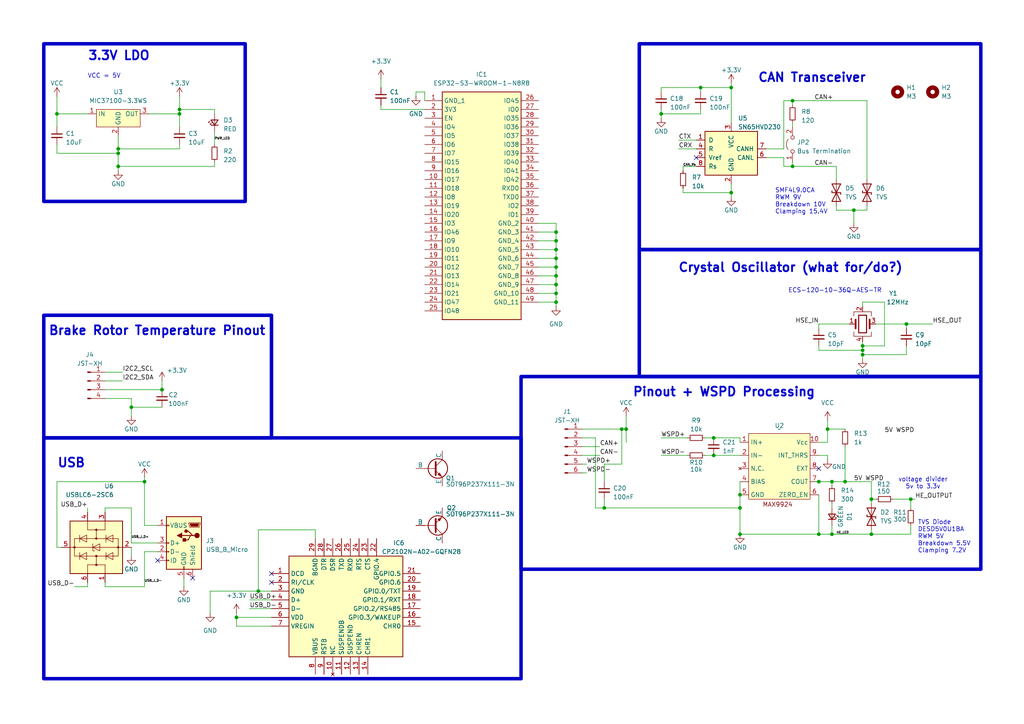
<source format=kicad_sch>
(kicad_sch (version 20250114) (generator "eeschema") (generator_version "9.0")
  (paper "A4")
  (lib_symbols
    (symbol "+3.3V_1" (power) (pin_numbers (hide yes)) (pin_names (offset 0) (hide yes))
      (property "Value" "+3.3V" (at 0 3.556 0))
      (symbol "+3.3V_1_1_1"
        (pin power_in line (at 0 0 90) (length 0) (name "~") (number "1"))
      )
    )
    (symbol "Amplifier_Audio:MAX9924"
      (property "Reference" "U" (at -0.254 -1.778 0))
      (symbol "MAX9924_1_1"
        (text "MAX9924\n" (at -0.508 -20.574 0) (effects (font (size 1.27 1.27))))
        (pin bidirectional line (at -11.43 -2.54 0) (length 2.54) (name "IN+") (number "1"))
        (pin bidirectional line (at -11.43 -6.35 0) (length 2.54) (name "IN-") (number "2"))
        (pin no_connect line (at -11.43 -10.16 0) (length 2.54) (name "N.C.") (number "3"))
        (pin bidirectional line (at -11.43 -13.97 0) (length 2.54) (name "BIAS") (number "4"))
        (pin bidirectional line (at -11.43 -17.78 0) (length 2.54) (name "GND") (number "5"))
        (pin bidirectional line (at 11.43 -2.54 180) (length 2.54) (name "Vcc") (number "10"))
        (pin bidirectional line (at 11.43 -6.35 180) (length 2.54) (name "INT_THRS") (number "9"))
        (pin bidirectional line (at 11.43 -10.16 180) (length 2.54) (name "EXT") (number "8"))
        (pin bidirectional line (at 11.43 -13.97 180) (length 2.54) (name "COUT") (number "7"))
        (pin bidirectional line (at 11.43 -17.78 180) (length 2.54) (name "ZERO_EN") (number "6"))
      )
    )
    (symbol "Connector:Conn_01x04_Pin" (pin_names (offset 1.016) (hide yes))
      (property "Reference" "J" (at 0 5.08 0))
      (property "Value" "Conn_01x04_Pin" (at 0 -7.62 0))
      (symbol "Conn_01x04_Pin_1_1"
        (pin passive line (at 5.08 2.54 180) (length 3.81) (name "Pin_1") (number "1"))
        (pin passive line (at 5.08 0 180) (length 3.81) (name "Pin_2") (number "2"))
        (pin passive line (at 5.08 -2.54 180) (length 3.81) (name "Pin_3") (number "3"))
        (pin passive line (at 5.08 -5.08 180) (length 3.81) (name "Pin_4") (number "4"))
      )
    )
    (symbol "Connector:Conn_01x06_Pin" (pin_names (offset 1.016) (hide yes))
      (property "Reference" "J" (at 0 7.62 0))
      (property "Value" "Conn_01x06_Pin" (at 0 -10.16 0))
      (symbol "Conn_01x06_Pin_1_1"
        (pin passive line (at 5.08 5.08 180) (length 3.81) (name "Pin_1") (number "1"))
        (pin passive line (at 5.08 2.54 180) (length 3.81) (name "Pin_2") (number "2"))
        (pin passive line (at 5.08 0 180) (length 3.81) (name "Pin_3") (number "3"))
        (pin passive line (at 5.08 -2.54 180) (length 3.81) (name "Pin_4") (number "4"))
        (pin passive line (at 5.08 -5.08 180) (length 3.81) (name "Pin_5") (number "5"))
        (pin passive line (at 5.08 -7.62 180) (length 3.81) (name "Pin_6") (number "6"))
      )
    )
    (symbol "Connector:USB_B_Micro" (pin_names (offset 1.016))
      (property "Reference" "J" (at -5.08 11.43 0))
      (property "Value" "USB_B_Micro" (at -5.08 8.89 0))
      (symbol "USB_B_Micro_1_1"
        (pin passive line (at -2.54 -10.16 90) (length 2.54) (name "Shield") (number "6"))
        (pin power_out line (at 0 -10.16 90) (length 2.54) (name "GND") (number "5"))
        (pin power_out line (at 7.62 5.08 180) (length 2.54) (name "VBUS") (number "1"))
        (pin bidirectional line (at 7.62 0 180) (length 2.54) (name "D+") (number "3"))
        (pin bidirectional line (at 7.62 -2.54 180) (length 2.54) (name "D-") (number "2"))
        (pin passive line (at 7.62 -5.08 180) (length 2.54) (name "ID") (number "4"))
      )
    )
    (symbol "Device:C_Small" (pin_numbers (hide yes)) (pin_names (offset 0.254) (hide yes))
      (property "Reference" "C" (at 0.254 1.778 0))
      (property "Value" "C_Small" (at 0.254 -2.032 0))
      (symbol "C_Small_1_1"
        (pin passive line (at 0 2.54 270) (length 2.032) (name "~") (number "1"))
        (pin passive line (at 0 -2.54 90) (length 2.032) (name "~") (number "2"))
      )
    )
    (symbol "Device:Crystal_GND24" (pin_names (offset 1.016) (hide yes))
      (property "Reference" "Y" (at 3.175 5.08 0))
      (property "Value" "Crystal_GND24" (at 3.175 3.175 0))
      (symbol "Crystal_GND24_1_1"
        (pin passive line (at -3.81 0 0) (length 1.27) (name "1") (number "1"))
        (pin passive line (at 0 5.08 270) (length 1.27) (name "2") (number "2"))
        (pin passive line (at 0 -5.08 90) (length 1.27) (name "4") (number "4"))
        (pin passive line (at 3.81 0 180) (length 1.27) (name "3") (number "3"))
      )
    )
    (symbol "Device:D_TVS" (pin_numbers (hide yes)) (pin_names (offset 1.016) (hide yes))
      (property "Reference" "D" (at 0 2.54 0))
      (property "Value" "D_TVS" (at 0 -2.54 0))
      (symbol "D_TVS_1_1"
        (pin passive line (at -3.81 0 0) (length 2.54) (name "A1") (number "1"))
        (pin passive line (at 3.81 0 180) (length 2.54) (name "A2") (number "2"))
      )
    )
    (symbol "Device:LED_Small" (pin_numbers (hide yes)) (pin_names (offset 0.254) (hide yes))
      (property "Reference" "D" (at -1.27 3.175 0))
      (property "Value" "LED_Small" (at -4.445 -2.54 0))
      (symbol "LED_Small_1_1"
        (pin passive line (at -2.54 0 0) (length 1.778) (name "K") (number "1"))
        (pin passive line (at 2.54 0 180) (length 1.778) (name "A") (number "2"))
      )
    )
    (symbol "Device:R_Small" (pin_numbers (hide yes)) (pin_names (offset 0.254) (hide yes))
      (property "Reference" "R" (at 0.762 0.508 0))
      (property "Value" "R_Small" (at 0.762 -1.016 0))
      (symbol "R_Small_1_1"
        (pin passive line (at 0 2.54 270) (length 0.762) (name "~") (number "1"))
        (pin passive line (at 0 -2.54 90) (length 0.762) (name "~") (number "2"))
      )
    )
    (symbol "GND_1" (power) (pin_numbers (hide yes)) (pin_names (offset 0) (hide yes))
      (property "Value" "GND" (at 0 -3.81 0))
      (symbol "GND_1_1_1"
        (pin power_in line (at 0 0 270) (length 0) (name "~") (number "1"))
      )
    )
    (symbol "GND_2" (power) (pin_numbers (hide yes)) (pin_names (offset 0) (hide yes))
      (property "Value" "GND" (at 0 -3.81 0))
      (symbol "GND_2_1_1"
        (pin power_in line (at 0 0 270) (length 0) (name "~") (number "1"))
      )
    )
    (symbol "Interface_CAN_LIN:SN65HVD230" (pin_names (offset 1.016))
      (property "Reference" "U" (at -2.54 10.16 0))
      (property "Value" "SN65HVD230" (at -2.54 7.62 0))
      (symbol "SN65HVD230_1_1"
        (pin input line (at -10.16 2.54 0) (length 2.54) (name "D") (number "1"))
        (pin output line (at -10.16 0 0) (length 2.54) (name "R") (number "4"))
        (pin output line (at -10.16 -2.54 0) (length 2.54) (name "Vref") (number "5"))
        (pin input line (at -10.16 -5.08 0) (length 2.54) (name "Rs") (number "8"))
        (pin power_in line (at 0 7.62 270) (length 2.54) (name "VCC") (number "3"))
        (pin power_in line (at 0 -10.16 90) (length 2.54) (name "GND") (number "2"))
        (pin bidirectional line (at 10.16 0 180) (length 2.54) (name "CANH") (number "7"))
        (pin bidirectional line (at 10.16 -2.54 180) (length 2.54) (name "CANL") (number "6"))
      )
    )
    (symbol "Jumper:Jumper_2_Open" (pin_names (offset 0) (hide yes))
      (property "Reference" "JP" (at 0 2.794 0))
      (property "Value" "Jumper_2_Open" (at 0 -2.286 0))
      (symbol "Jumper_2_Open_1_1"
        (pin passive line (at -5.08 0 0) (length 2.54) (name "A") (number "1"))
        (pin passive line (at 5.08 0 180) (length 2.54) (name "B") (number "2"))
      )
    )
    (symbol "Library:MIC37100-3.3WS"
      (property "Reference" "U" (at 0 1.27 0))
      (property "Value" "MIC37100-3.3WS" (at 0 -1.27 0))
      (symbol "MIC37100-3.3WS_1_1"
        (pin power_in line (at -8.89 -3.81 0) (length 2.54) (name "IN") (number "1"))
        (pin power_in line (at 0 -10.16 90) (length 2.54) (name "GND") (number "2"))
        (pin power_out line (at 8.89 -3.81 180) (length 2.54) (name "OUT") (number "3"))
      )
    )
    (symbol "Mechanical:MountingHole" (pin_names (offset 1.016))
      (property "Reference" "H" (at 0 5.08 0))
      (property "Value" "MountingHole" (at 0 3.175 0))
    )
    (symbol "MicroControllers:ESP32-S3-WROOM-1-N8R8"
      (property "Reference" "IC" (at 29.21 7.62 0))
      (property "Value" "ESP32-S3-WROOM-1-N8R8" (at 29.21 5.08 0))
      (symbol "ESP32-S3-WROOM-1-N8R8_1_1"
        (pin passive line (at 0 0 0) (length 5.08) (name "GND_1") (number "1"))
        (pin passive line (at 0 -2.54 0) (length 5.08) (name "3V3") (number "2"))
        (pin passive line (at 0 -5.08 0) (length 5.08) (name "EN") (number "3"))
        (pin passive line (at 0 -7.62 0) (length 5.08) (name "IO4") (number "4"))
        (pin passive line (at 0 -10.16 0) (length 5.08) (name "IO5") (number "5"))
        (pin passive line (at 0 -12.7 0) (length 5.08) (name "IO6") (number "6"))
        (pin passive line (at 0 -15.24 0) (length 5.08) (name "IO7") (number "7"))
        (pin passive line (at 0 -17.78 0) (length 5.08) (name "IO15") (number "8"))
        (pin passive line (at 0 -20.32 0) (length 5.08) (name "IO16") (number "9"))
        (pin passive line (at 0 -22.86 0) (length 5.08) (name "IO17") (number "10"))
        (pin passive line (at 0 -25.4 0) (length 5.08) (name "IO18") (number "11"))
        (pin passive line (at 0 -27.94 0) (length 5.08) (name "IO8") (number "12"))
        (pin passive line (at 0 -30.48 0) (length 5.08) (name "IO19") (number "13"))
        (pin passive line (at 0 -33.02 0) (length 5.08) (name "IO20") (number "14"))
        (pin passive line (at 0 -35.56 0) (length 5.08) (name "IO3") (number "15"))
        (pin passive line (at 0 -38.1 0) (length 5.08) (name "IO46") (number "16"))
        (pin passive line (at 0 -40.64 0) (length 5.08) (name "IO9") (number "17"))
        (pin passive line (at 0 -43.18 0) (length 5.08) (name "IO10") (number "18"))
        (pin passive line (at 0 -45.72 0) (length 5.08) (name "IO11") (number "19"))
        (pin passive line (at 0 -48.26 0) (length 5.08) (name "IO12") (number "20"))
        (pin passive line (at 0 -50.8 0) (length 5.08) (name "IO13") (number "21"))
        (pin passive line (at 0 -53.34 0) (length 5.08) (name "IO14") (number "22"))
        (pin passive line (at 0 -55.88 0) (length 5.08) (name "IO21") (number "23"))
        (pin passive line (at 0 -58.42 0) (length 5.08) (name "IO47") (number "24"))
        (pin passive line (at 0 -60.96 0) (length 5.08) (name "IO48") (number "25"))
        (pin passive line (at 33.02 0 180) (length 5.08) (name "IO45") (number "26"))
        (pin passive line (at 33.02 -2.54 180) (length 5.08) (name "IO0") (number "27"))
        (pin passive line (at 33.02 -5.08 180) (length 5.08) (name "IO35") (number "28"))
        (pin passive line (at 33.02 -7.62 180) (length 5.08) (name "IO36") (number "29"))
        (pin passive line (at 33.02 -10.16 180) (length 5.08) (name "IO37") (number "30"))
        (pin passive line (at 33.02 -12.7 180) (length 5.08) (name "IO38") (number "31"))
        (pin passive line (at 33.02 -15.24 180) (length 5.08) (name "IO39") (number "32"))
        (pin passive line (at 33.02 -17.78 180) (length 5.08) (name "IO40") (number "33"))
        (pin passive line (at 33.02 -20.32 180) (length 5.08) (name "IO41") (number "34"))
        (pin passive line (at 33.02 -22.86 180) (length 5.08) (name "IO42") (number "35"))
        (pin passive line (at 33.02 -25.4 180) (length 5.08) (name "RXD0") (number "36"))
        (pin passive line (at 33.02 -27.94 180) (length 5.08) (name "TXD0") (number "37"))
        (pin passive line (at 33.02 -30.48 180) (length 5.08) (name "IO2") (number "38"))
        (pin passive line (at 33.02 -33.02 180) (length 5.08) (name "IO1") (number "39"))
        (pin passive line (at 33.02 -35.56 180) (length 5.08) (name "GND_2") (number "40"))
        (pin passive line (at 33.02 -38.1 180) (length 5.08) (name "GND_3") (number "41"))
        (pin passive line (at 33.02 -40.64 180) (length 5.08) (name "GND_4") (number "42"))
        (pin passive line (at 33.02 -43.18 180) (length 5.08) (name "GND_5") (number "43"))
        (pin passive line (at 33.02 -45.72 180) (length 5.08) (name "GND_6") (number "44"))
        (pin passive line (at 33.02 -48.26 180) (length 5.08) (name "GND_7") (number "45"))
        (pin passive line (at 33.02 -50.8 180) (length 5.08) (name "GND_8") (number "46"))
        (pin passive line (at 33.02 -53.34 180) (length 5.08) (name "GND_9") (number "47"))
        (pin passive line (at 33.02 -55.88 180) (length 5.08) (name "GND_10") (number "48"))
        (pin passive line (at 33.02 -58.42 180) (length 5.08) (name "GND_11") (number "49"))
      )
    )
    (symbol "NPN_1" (pin_numbers (hide yes)) (pin_names (offset 0))
      (property "Reference" "Q2" (at 5.08 1.2701 0))
      (property "Value" "NPN" (at 5.08 -1.2699 0))
      (symbol "NPN_1_1_1"
        (pin input line (at -5.08 0 0) (length 2.54) (name "B") (number "2"))
        (pin open_emitter line (at 2.54 5.08 270) (length 2.54) (name "E") (number "3"))
        (pin open_collector line (at 2.54 -5.08 90) (length 2.54) (name "C") (number "1"))
      )
    )
    (symbol "Power_Protection:USBLC6-2SC6" (pin_names (hide yes))
      (property "Reference" "U" (at 2.54 8.89 0))
      (property "Value" "USBLC6-2SC6" (at 2.54 -8.89 0))
      (symbol "USBLC6-2SC6_1_1"
        (pin passive line (at -10.16 2.54 0) (length 2.54) (name "I/O1") (number "6"))
        (pin passive line (at -10.16 -2.54 0) (length 2.54) (name "I/O1") (number "1"))
        (pin passive line (at 0 10.16 270) (length 2.54) (name "VBUS") (number "5"))
        (pin passive line (at 0 -10.16 90) (length 2.54) (name "GND") (number "2"))
        (pin passive line (at 10.16 2.54 180) (length 2.54) (name "I/O2") (number "4"))
        (pin passive line (at 10.16 -2.54 180) (length 2.54) (name "I/O2") (number "3"))
      )
    )
    (symbol "Simulation_SPICE:NPN" (pin_numbers (hide yes)) (pin_names (offset 0))
      (property "Reference" "Q" (at -2.54 7.62 0))
      (property "Value" "NPN" (at -2.54 5.08 0))
      (symbol "NPN_1_1"
        (pin input line (at -5.08 0 0) (length 2.54) (name "B") (number "2"))
        (pin open_collector line (at 2.54 5.08 270) (length 2.54) (name "C") (number "1"))
        (pin open_emitter line (at 2.54 -5.08 90) (length 2.54) (name "E") (number "3"))
      )
    )
    (symbol "USBUART:CP2102N-A02-GQFN28"
      (property "Reference" "IC" (at 39.37 17.78 0))
      (property "Value" "CP2102N-A02-GQFN28" (at 39.37 15.24 0))
      (symbol "CP2102N-A02-GQFN28_1_1"
        (pin input line (at 0 0 0) (length 5.08) (name "DCD") (number "1"))
        (pin bidirectional line (at 0 -2.54 0) (length 5.08) (name "RI/CLK") (number "2"))
        (pin power_in line (at 0 -5.08 0) (length 5.08) (name "GND") (number "3"))
        (pin bidirectional line (at 0 -7.62 0) (length 5.08) (name "D+") (number "4"))
        (pin bidirectional line (at 0 -10.16 0) (length 5.08) (name "D-") (number "5"))
        (pin power_in line (at 0 -12.7 0) (length 5.08) (name "VDD") (number "6"))
        (pin power_in line (at 0 -15.24 0) (length 5.08) (name "VREGIN") (number "7"))
        (pin power_in line (at 12.7 10.16 270) (length 5.08) (name "BGND") (number "29"))
        (pin input line (at 12.7 -29.21 90) (length 5.08) (name "VBUS") (number "8"))
        (pin output line (at 15.24 10.16 270) (length 5.08) (name "DTR") (number "28"))
        (pin input line (at 15.24 -29.21 90) (length 5.08) (name "RSTB") (number "9"))
        (pin input line (at 17.78 10.16 270) (length 5.08) (name "DSR") (number "27"))
        (pin no_connect line (at 17.78 -29.21 90) (length 5.08) (name "NC") (number "10"))
        (pin output line (at 20.32 10.16 270) (length 5.08) (name "TXD") (number "26"))
        (pin output line (at 20.32 -29.21 90) (length 5.08) (name "SUSPENDB") (number "11"))
        (pin input line (at 22.86 10.16 270) (length 5.08) (name "RXD") (number "25"))
        (pin output line (at 22.86 -29.21 90) (length 5.08) (name "SUSPEND") (number "12"))
        (pin output line (at 25.4 10.16 270) (length 5.08) (name "RTS") (number "24"))
        (pin output line (at 25.4 -29.21 90) (length 5.08) (name "CHREN") (number "13"))
        (pin input line (at 27.94 10.16 270) (length 5.08) (name "CTS") (number "23"))
        (pin output line (at 27.94 -29.21 90) (length 5.08) (name "CHR1") (number "14"))
        (pin bidirectional line (at 30.48 10.16 270) (length 5.08) (name "GPIO.4") (number "22"))
        (pin bidirectional line (at 43.18 0 180) (length 5.08) (name "GPIO.5") (number "21"))
        (pin bidirectional line (at 43.18 -2.54 180) (length 5.08) (name "GPIO.6") (number "20"))
        (pin bidirectional line (at 43.18 -5.08 180) (length 5.08) (name "GPIO.0/TXT") (number "19"))
        (pin bidirectional line (at 43.18 -7.62 180) (length 5.08) (name "GPIO.1/RXT") (number "18"))
        (pin bidirectional line (at 43.18 -10.16 180) (length 5.08) (name "GPIO.2/RS485") (number "17"))
        (pin bidirectional line (at 43.18 -12.7 180) (length 5.08) (name "GPIO.3/WAKEUP") (number "16"))
        (pin output line (at 43.18 -15.24 180) (length 5.08) (name "CHR0") (number "15"))
      )
    )
    (symbol "VCC_1" (power) (pin_numbers (hide yes)) (pin_names (offset 0) (hide yes))
      (property "Value" "VCC" (at 0 3.556 0))
      (symbol "VCC_1_1_1"
        (pin power_in line (at 0 0 90) (length 0) (name "~") (number "1"))
      )
    )
    (symbol "power:+3.3V" (power) (pin_names (offset 0))
      (property "Value" "+3.3V" (at 0 3.556 0))
      (symbol "+3.3V_1_1"
        (pin power_in line (at 0 0 90) (length 0) (hide yes) (name "+3.3V") (number "1"))
      )
    )
    (symbol "power:GND" (power) (pin_names (offset 0))
      (property "Value" "GND" (at 0 -3.81 0))
      (symbol "GND_1_1"
        (pin power_in line (at 0 0 270) (length 0) (hide yes) (name "GND") (number "1"))
      )
    )
    (symbol "power:VCC" (power) (pin_names (offset 0))
      (property "Value" "VCC" (at 0 3.81 0))
      (symbol "VCC_1_1"
        (pin power_in line (at 0 0 90) (length 0) (hide yes) (name "VCC") (number "1"))
      )
    )
  )
  (rectangle (start 12.7 127) (end 151.13 196.85) (stroke (width 1.016)))
  (rectangle (start 151.13 109.22) (end 284.48 165.1) (stroke (width 1.016)))
  (rectangle (start 185.42 72.39) (end 284.48 109.22) (stroke (width 1.016)))
  (rectangle (start 185.42 12.7) (end 284.48 72.39) (stroke (width 1.016)))
  (rectangle (start 12.7 91.44) (end 78.74 127) (stroke (width 1.016)))
  (rectangle (start 12.7 12.7) (end 71.12 58.42) (stroke (width 1.016)))
  (text "Crystal Oscillator (what for/do?)" (at 196.596 79.248 0) (effects (font (size 2.56 2.56) (thickness 0.512) (bold yes)) (justify left bottom)))
  (text "SMF4L9.0CA\nRWM 9V\nBreakdown 10V\nClamping 15.4V" (at 224.79 62.23 0) (effects (font (size 1.27 1.27)) (justify left bottom)))
  (text "3.3V LDO" (at 25.4 17.78 0) (effects (font (size 2.56 2.56) (thickness 0.512) (bold yes)) (justify left bottom)))
  (text "USB" (at 16.51 135.89 0) (effects (font (size 2.56 2.56) (thickness 0.512) (bold yes)) (justify left bottom)))
  (text "VCC = 5V\n" (at 25.4 22.86 0) (effects (font (size 1.27 1.27)) (justify left bottom)))
  (text "Brake Rotor Temperature Pinout" (at 13.97 97.536 0) (effects (font (size 2.56 2.56) (thickness 0.512) (bold yes)) (justify left bottom)))
  (text "ECS-120-10-36Q-AES-TR" (at 228.6 85.09 0) (effects (font (size 1.27 1.27)) (justify left bottom)))
  (text "Pinout + WSPD Processing" (at 183.388 115.316 0) (effects (font (size 2.56 2.56) (thickness 0.512) (bold yes)) (justify left bottom)))
  (text "voltage divider\n5v to 3.3v" (at 267.716 140.208 0) (effects (font (size 1.27 1.27))))
  (text "TVS Diode\nDESD5V0U1BA\nRWM 5V\nBreakdown 5.5V\nClamping 7.2V" (at 266.192 160.528 0) (effects (font (size 1.27 1.27)) (justify left bottom)))
  (text "CAN Transceiver" (at 219.71 24.13 0) (effects (font (size 2.56 2.56) (thickness 0.512) (bold yes)) (justify left bottom)))
  (junction (at 237.49 154.94))
  (junction (at 161.29 74.93))
  (junction (at 252.73 144.78))
  (junction (at 252.73 154.94))
  (junction (at 46.99 113.03))
  (junction (at 181.61 124.46))
  (junction (at 34.29 48.26))
  (junction (at 161.29 80.01))
  (junction (at 240.03 124.46))
  (junction (at 74.93 171.45))
  (junction (at 214.63 147.32))
  (junction (at 34.29 44.45))
  (junction (at 207.01 132.08))
  (junction (at 212.09 55.88))
  (junction (at 262.89 93.98))
  (junction (at 264.16 144.78))
  (junction (at 38.1 118.11))
  (junction (at 16.51 33.02))
  (junction (at 207.01 127))
  (junction (at 212.09 25.4))
  (junction (at 214.63 154.94))
  (junction (at 241.3 154.94))
  (junction (at 161.29 69.85))
  (junction (at 203.2 25.4))
  (junction (at 52.07 33.02))
  (junction (at 180.34 124.46))
  (junction (at 161.29 85.09))
  (junction (at 161.29 82.55))
  (junction (at 245.11 139.7))
  (junction (at 68.58 179.07))
  (junction (at 161.29 87.63))
  (junction (at 34.29 43.18))
  (junction (at 41.91 139.7))
  (junction (at 250.19 100.33))
  (junction (at 161.29 67.31))
  (junction (at 247.65 60.96))
  (junction (at 191.77 33.02))
  (junction (at 161.29 72.39))
  (junction (at 175.26 147.32))
  (junction (at 161.29 77.47))
  (junction (at 229.87 48.26))
  (junction (at 237.49 139.7))
  (junction (at 229.87 29.21))
  (junction (at 52.07 31.75))
  (junction (at 250.19 101.6))
  (junction (at 241.3 139.7))
  (junction (at 214.63 143.51))
  (junction (at 250.19 102.87))
  (no_connect (at 201.93 45.72))
  (no_connect (at 237.49 135.89))
  (no_connect (at 45.72 162.56))
  (no_connect (at 55.88 167.64))
  (no_connect (at 78.74 166.37))
  (no_connect (at 78.74 168.91))
  (wire (pts (xy 237.49 93.98) (xy 246.38 93.98)))
  (wire (pts (xy 214.63 139.7) (xy 214.63 143.51)))
  (wire (pts (xy 52.07 41.91) (xy 52.07 43.18)))
  (wire (pts (xy 161.29 74.93) (xy 161.29 77.47)))
  (wire (pts (xy 38.1 147.32) (xy 38.1 157.48)))
  (wire (pts (xy 72.39 173.99) (xy 78.74 173.99)))
  (wire (pts (xy 191.77 26.67) (xy 191.77 25.4)))
  (wire (pts (xy 161.29 85.09) (xy 161.29 87.63)))
  (wire (pts (xy 156.21 67.31) (xy 161.29 67.31)))
  (wire (pts (xy 237.49 139.7) (xy 241.3 139.7)))
  (wire (pts (xy 245.11 139.7) (xy 252.73 139.7)))
  (wire (pts (xy 38.1 115.57) (xy 38.1 118.11)))
  (wire (pts (xy 156.21 87.63) (xy 161.29 87.63)))
  (wire (pts (xy 180.34 124.46) (xy 181.61 124.46)))
  (wire (pts (xy 262.89 95.25) (xy 262.89 93.98)))
  (wire (pts (xy 45.72 160.02) (xy 41.91 160.02)))
  (wire (pts (xy 245.11 129.54) (xy 245.11 139.7)))
  (wire (pts (xy 175.26 147.32) (xy 214.63 147.32)))
  (wire (pts (xy 25.4 168.91) (xy 25.4 170.18)))
  (wire (pts (xy 236.22 139.7) (xy 237.49 139.7)))
  (wire (pts (xy 62.23 33.02) (xy 62.23 31.75)))
  (wire (pts (xy 250.19 87.63) (xy 250.19 88.9)))
  (wire (pts (xy 203.2 33.02) (xy 191.77 33.02)))
  (wire (pts (xy 198.12 55.88) (xy 212.09 55.88)))
  (wire (pts (xy 262.89 100.33) (xy 262.89 102.87)))
  (wire (pts (xy 45.72 152.4) (xy 41.91 152.4)))
  (wire (pts (xy 156.21 80.01) (xy 161.29 80.01)))
  (wire (pts (xy 264.16 144.78) (xy 264.16 147.32)))
  (wire (pts (xy 259.08 144.78) (xy 264.16 144.78)))
  (wire (pts (xy 156.21 72.39) (xy 161.29 72.39)))
  (wire (pts (xy 241.3 139.7) (xy 245.11 139.7)))
  (wire (pts (xy 196.85 43.18) (xy 201.93 43.18)))
  (wire (pts (xy 156.21 74.93) (xy 161.29 74.93)))
  (wire (pts (xy 237.49 132.08) (xy 240.03 132.08)))
  (wire (pts (xy 251.46 59.69) (xy 251.46 60.96)))
  (wire (pts (xy 16.51 44.45) (xy 34.29 44.45)))
  (wire (pts (xy 180.34 134.62) (xy 180.34 124.46)))
  (wire (pts (xy 212.09 53.34) (xy 212.09 55.88)))
  (wire (pts (xy 181.61 120.65) (xy 181.61 124.46)))
  (wire (pts (xy 201.93 48.26) (xy 198.12 48.26)))
  (wire (pts (xy 25.4 147.32) (xy 25.4 148.59)))
  (wire (pts (xy 175.26 134.62) (xy 175.26 139.7)))
  (wire (pts (xy 161.29 64.77) (xy 161.29 67.31)))
  (wire (pts (xy 156.21 64.77) (xy 161.29 64.77)))
  (wire (pts (xy 41.91 160.02) (xy 41.91 170.18)))
  (wire (pts (xy 242.57 52.07) (xy 242.57 48.26)))
  (wire (pts (xy 212.09 25.4) (xy 212.09 35.56)))
  (wire (pts (xy 214.63 128.27) (xy 214.63 127)))
  (wire (pts (xy 30.48 113.03) (xy 46.99 113.03)))
  (wire (pts (xy 229.87 48.26) (xy 242.57 48.26)))
  (wire (pts (xy 250.19 100.33) (xy 256.54 100.33)))
  (wire (pts (xy 214.63 127) (xy 207.01 127)))
  (wire (pts (xy 41.91 152.4) (xy 41.91 139.7)))
  (wire (pts (xy 52.07 43.18) (xy 34.29 43.18)))
  (wire (pts (xy 240.03 128.27) (xy 237.49 128.27)))
  (wire (pts (xy 214.63 154.94) (xy 214.63 147.32)))
  (wire (pts (xy 161.29 82.55) (xy 161.29 85.09)))
  (wire (pts (xy 250.19 102.87) (xy 250.19 104.14)))
  (wire (pts (xy 237.49 154.94) (xy 241.3 154.94)))
  (wire (pts (xy 62.23 48.26) (xy 62.23 46.99)))
  (wire (pts (xy 175.26 144.78) (xy 175.26 147.32)))
  (wire (pts (xy 203.2 25.4) (xy 212.09 25.4)))
  (wire (pts (xy 252.73 154.94) (xy 264.16 154.94)))
  (wire (pts (xy 237.49 143.51) (xy 237.49 154.94)))
  (wire (pts (xy 41.91 139.7) (xy 41.91 138.43)))
  (wire (pts (xy 247.65 60.96) (xy 251.46 60.96)))
  (wire (pts (xy 172.72 127) (xy 172.72 147.32)))
  (wire (pts (xy 21.59 170.18) (xy 25.4 170.18)))
  (wire (pts (xy 161.29 87.63) (xy 161.29 88.9)))
  (wire (pts (xy 247.65 60.96) (xy 247.65 64.77)))
  (wire (pts (xy 123.19 29.21) (xy 123.19 26.67)))
  (wire (pts (xy 181.61 124.46) (xy 181.61 128.27)))
  (wire (pts (xy 110.49 31.75) (xy 110.49 30.48)))
  (wire (pts (xy 91.44 156.21) (xy 91.44 153.67)))
  (wire (pts (xy 250.19 100.33) (xy 250.19 101.6)))
  (wire (pts (xy 203.2 31.75) (xy 203.2 33.02)))
  (wire (pts (xy 46.99 118.11) (xy 38.1 118.11)))
  (wire (pts (xy 120.65 26.67) (xy 120.65 27.94)))
  (wire (pts (xy 264.16 144.78) (xy 265.43 144.78)))
  (wire (pts (xy 264.16 152.4) (xy 264.16 154.94)))
  (wire (pts (xy 30.48 147.32) (xy 38.1 147.32)))
  (wire (pts (xy 252.73 139.7) (xy 252.73 144.78)))
  (wire (pts (xy 172.72 147.32) (xy 175.26 147.32)))
  (wire (pts (xy 156.21 85.09) (xy 161.29 85.09)))
  (wire (pts (xy 262.89 102.87) (xy 250.19 102.87)))
  (wire (pts (xy 38.1 157.48) (xy 45.72 157.48)))
  (wire (pts (xy 240.03 132.08) (xy 240.03 133.35)))
  (wire (pts (xy 62.23 48.26) (xy 34.29 48.26)))
  (wire (pts (xy 38.1 118.11) (xy 38.1 120.65)))
  (wire (pts (xy 30.48 147.32) (xy 30.48 148.59)))
  (wire (pts (xy 242.57 59.69) (xy 242.57 60.96)))
  (wire (pts (xy 191.77 31.75) (xy 191.77 33.02)))
  (wire (pts (xy 241.3 139.7) (xy 241.3 140.97)))
  (wire (pts (xy 78.74 181.61) (xy 68.58 181.61)))
  (wire (pts (xy 34.29 43.18) (xy 34.29 44.45)))
  (wire (pts (xy 262.89 93.98) (xy 254 93.98)))
  (wire (pts (xy 16.51 158.75) (xy 16.51 139.7)))
  (wire (pts (xy 204.47 127) (xy 207.01 127)))
  (wire (pts (xy 74.93 171.45) (xy 60.96 171.45)))
  (wire (pts (xy 62.23 31.75) (xy 52.07 31.75)))
  (wire (pts (xy 78.74 171.45) (xy 74.93 171.45)))
  (wire (pts (xy 60.96 171.45) (xy 60.96 177.8)))
  (wire (pts (xy 38.1 158.75) (xy 38.1 161.29)))
  (wire (pts (xy 123.19 31.75) (xy 110.49 31.75)))
  (wire (pts (xy 16.51 41.91) (xy 16.51 44.45)))
  (wire (pts (xy 237.49 100.33) (xy 237.49 101.6)))
  (wire (pts (xy 241.3 154.94) (xy 252.73 154.94)))
  (wire (pts (xy 30.48 115.57) (xy 38.1 115.57)))
  (wire (pts (xy 227.33 48.26) (xy 227.33 45.72)))
  (wire (pts (xy 91.44 153.67) (xy 74.93 153.67)))
  (wire (pts (xy 175.26 134.62) (xy 180.34 134.62)))
  (wire (pts (xy 34.29 39.37) (xy 34.29 43.18)))
  (wire (pts (xy 62.23 38.1) (xy 62.23 41.91)))
  (wire (pts (xy 161.29 77.47) (xy 161.29 80.01)))
  (wire (pts (xy 250.19 99.06) (xy 250.19 100.33)))
  (wire (pts (xy 256.54 87.63) (xy 250.19 87.63)))
  (wire (pts (xy 191.77 25.4) (xy 203.2 25.4)))
  (wire (pts (xy 229.87 29.21) (xy 251.46 29.21)))
  (wire (pts (xy 16.51 27.94) (xy 16.51 33.02)))
  (wire (pts (xy 227.33 29.21) (xy 229.87 29.21)))
  (wire (pts (xy 229.87 46.99) (xy 229.87 48.26)))
  (wire (pts (xy 198.12 48.26) (xy 198.12 49.53)))
  (wire (pts (xy 168.91 134.62) (xy 170.18 134.62)))
  (wire (pts (xy 262.89 93.98) (xy 270.51 93.98)))
  (wire (pts (xy 196.85 40.64) (xy 201.93 40.64)))
  (wire (pts (xy 68.58 179.07) (xy 68.58 181.61)))
  (wire (pts (xy 237.49 95.25) (xy 237.49 93.98)))
  (wire (pts (xy 191.77 132.08) (xy 199.39 132.08)))
  (wire (pts (xy 168.91 129.54) (xy 173.99 129.54)))
  (wire (pts (xy 52.07 27.94) (xy 52.07 31.75)))
  (wire (pts (xy 161.29 67.31) (xy 161.29 69.85)))
  (wire (pts (xy 16.51 33.02) (xy 25.4 33.02)))
  (wire (pts (xy 207.01 132.08) (xy 214.63 132.08)))
  (wire (pts (xy 240.03 124.46) (xy 240.03 128.27)))
  (wire (pts (xy 168.91 127) (xy 172.72 127)))
  (wire (pts (xy 30.48 168.91) (xy 30.48 170.18)))
  (wire (pts (xy 52.07 33.02) (xy 52.07 36.83)))
  (wire (pts (xy 227.33 43.18) (xy 222.25 43.18)))
  (wire (pts (xy 250.19 101.6) (xy 250.19 102.87)))
  (wire (pts (xy 214.63 154.94) (xy 237.49 154.94)))
  (wire (pts (xy 110.49 22.86) (xy 110.49 25.4)))
  (wire (pts (xy 168.91 132.08) (xy 173.99 132.08)))
  (wire (pts (xy 41.91 170.18) (xy 30.48 170.18)))
  (wire (pts (xy 161.29 72.39) (xy 161.29 74.93)))
  (wire (pts (xy 240.03 124.46) (xy 245.11 124.46)))
  (wire (pts (xy 212.09 24.13) (xy 212.09 25.4)))
  (wire (pts (xy 191.77 33.02) (xy 191.77 34.29)))
  (wire (pts (xy 251.46 29.21) (xy 251.46 52.07)))
  (wire (pts (xy 168.91 124.46) (xy 180.34 124.46)))
  (wire (pts (xy 123.19 26.67) (xy 120.65 26.67)))
  (wire (pts (xy 72.39 176.53) (xy 78.74 176.53)))
  (wire (pts (xy 241.3 146.05) (xy 241.3 147.32)))
  (wire (pts (xy 227.33 45.72) (xy 222.25 45.72)))
  (wire (pts (xy 227.33 29.21) (xy 227.33 43.18)))
  (wire (pts (xy 252.73 144.78) (xy 254 144.78)))
  (wire (pts (xy 252.73 144.78) (xy 252.73 146.05)))
  (wire (pts (xy 52.07 31.75) (xy 52.07 33.02)))
  (wire (pts (xy 46.99 110.49) (xy 46.99 113.03)))
  (wire (pts (xy 237.49 101.6) (xy 250.19 101.6)))
  (wire (pts (xy 34.29 44.45) (xy 34.29 48.26)))
  (wire (pts (xy 203.2 26.67) (xy 203.2 25.4)))
  (wire (pts (xy 68.58 177.8) (xy 68.58 179.07)))
  (wire (pts (xy 16.51 139.7) (xy 41.91 139.7)))
  (wire (pts (xy 240.03 121.92) (xy 240.03 124.46)))
  (wire (pts (xy 68.58 179.07) (xy 78.74 179.07)))
  (wire (pts (xy 241.3 152.4) (xy 241.3 154.94)))
  (wire (pts (xy 17.78 158.75) (xy 16.51 158.75)))
  (wire (pts (xy 212.09 55.88) (xy 212.09 57.15)))
  (wire (pts (xy 198.12 54.61) (xy 198.12 55.88)))
  (wire (pts (xy 229.87 35.56) (xy 229.87 36.83)))
  (wire (pts (xy 43.18 33.02) (xy 52.07 33.02)))
  (wire (pts (xy 156.21 69.85) (xy 161.29 69.85)))
  (wire (pts (xy 53.34 167.64) (xy 53.34 170.18)))
  (wire (pts (xy 229.87 30.48) (xy 229.87 29.21)))
  (wire (pts (xy 30.48 110.49) (xy 35.56 110.49)))
  (wire (pts (xy 168.91 137.16) (xy 170.18 137.16)))
  (wire (pts (xy 214.63 143.51) (xy 214.63 147.32)))
  (wire (pts (xy 204.47 132.08) (xy 207.01 132.08)))
  (wire (pts (xy 161.29 69.85) (xy 161.29 72.39)))
  (wire (pts (xy 256.54 100.33) (xy 256.54 87.63)))
  (wire (pts (xy 191.77 127) (xy 199.39 127)))
  (wire (pts (xy 30.48 107.95) (xy 35.56 107.95)))
  (wire (pts (xy 74.93 153.67) (xy 74.93 171.45)))
  (wire (pts (xy 242.57 60.96) (xy 247.65 60.96)))
  (wire (pts (xy 16.51 33.02) (xy 16.51 36.83)))
  (wire (pts (xy 161.29 80.01) (xy 161.29 82.55)))
  (wire (pts (xy 156.21 77.47) (xy 161.29 77.47)))
  (wire (pts (xy 227.33 48.26) (xy 229.87 48.26)))
  (wire (pts (xy 252.73 153.67) (xy 252.73 154.94)))
  (wire (pts (xy 156.21 82.55) (xy 161.29 82.55)))
  (wire (pts (xy 34.29 49.53) (xy 34.29 48.26)))
  (label "CAN-" (at 173.99 132.08 0))
  (label "USB_D-" (at 21.59 170.18 180))
  (label "WSPD+" (at 170.18 134.62 0))
  (label "HSE_IN" (at 237.49 93.98 180))
  (label "WSPD+" (at 191.77 127 0))
  (label "CAN+" (at 236.22 29.21 0))
  (label "5V WSPD" (at 256.54 125.73 0))
  (label "USB_J_D+" (at 38.1 156.21 0) (effects (font (size 0.65 0.65))))
  (label "CAN-" (at 236.22 48.26 0))
  (label "CAN_Rs" (at 198.12 48.26 0) (effects (font (size 0.65 0.65))))
  (label "USB_D+" (at 72.39 173.99 0))
  (label "PWR_LED" (at 62.23 40.64 0) (effects (font (size 0.65 0.65))))
  (label "5V WSPD" (at 247.65 139.7 0))
  (label "HSE_OUT" (at 270.51 93.98 0))
  (label "I2C2_SDA" (at 35.56 110.49 0))
  (label "CTX" (at 196.85 40.64 0))
  (label "WSPD-" (at 191.77 132.08 0))
  (label "HE_OUTPUT" (at 265.43 144.78 0))
  (label "USB_D+" (at 25.4 147.32 180))
  (label "USB_J_D-" (at 41.91 168.91 0) (effects (font (size 0.65 0.65))))
  (label "USB_D-" (at 72.39 176.53 0))
  (label "CAN+" (at 173.99 129.54 0))
  (label "HE_LED" (at 242.57 154.94 0) (effects (font (size 0.64 0.64))))
  (label "CRX" (at 196.85 43.18 0))
  (label "WSPD-" (at 170.18 137.16 0))
  (label "I2C2_SCL" (at 35.56 107.95 0))
  (symbol (lib_id "power:GND") (at 191.77 34.29 0) (unit 1)
    (property "Reference" "#PWR024" (effects (hide yes)))
    (property "Value" "GND" (at 191.77 38.1 0))
  )
  (symbol (lib_name "GND_1") (lib_id "power:GND") (at 60.96 177.8 0) (unit 1)
    (property "Reference" "#PWR04" (effects (hide yes)))
    (property "Value" "GND" (at 60.96 182.88 0))
    (property "Description" "Power symbol creates a global label with name \"GND\" , ground" (effects (hide yes)))
  )
  (symbol (lib_id "power:VCC") (at 16.51 27.94 0) (unit 1)
    (property "Reference" "#PWR01" (effects (hide yes)))
    (property "Value" "VCC" (at 16.51 24.13 0))
  )
  (symbol (lib_id "power:VCC") (at 181.61 120.65 0) (unit 1)
    (property "Reference" "#PWR035" (effects (hide yes)))
    (property "Value" "VCC" (at 181.61 116.84 0))
  )
  (symbol (lib_id "Device:R_Small") (at 241.3 143.51 0) (unit 1)
    (property "Reference" "R14" (at 243.84 142.2399 0) (effects (justify left)))
    (property "Value" "300" (at 243.84 144.7799 0) (effects (justify left)))
    (property "Footprint" "Resistor_SMD:R_0603_1608Metric" (effects (hide yes)))
    (property "Description" "Resistor, small symbol" (effects (hide yes)))
  )
  (symbol (lib_id "power:GND") (at 53.34 170.18 0) (unit 1)
    (property "Reference" "#PWR032" (effects (hide yes)))
    (property "Value" "GND" (at 53.34 173.99 0))
  )
  (symbol (lib_id "Amplifier_Audio:MAX9924") (at 226.06 125.73 0) (unit 1)
    (property "Reference" "U2" (at 226.06 123.444 0))
    (property "Value" "~" (at 226.06 124.46 0))
    (property "Footprint" "Package_SO:MAX9924" (effects (hide yes)))
    (property "Datasheet" "https://www.alldatasheet.com/datasheet-pdf/view/255006/MAXIM/MAX9924.html" (effects (hide yes)))
  )
  (symbol (lib_name "VCC_1") (lib_id "power:VCC") (at 240.03 121.92 0) (unit 1)
    (property "Reference" "#PWR012" (effects (hide yes)))
    (property "Value" "VCC" (at 240.03 116.84 0))
    (property "Description" "Power symbol creates a global label with name \"VCC\"" (effects (hide yes)))
  )
  (symbol (lib_id "Device:D_TVS") (at 242.57 55.88 90) (unit 1)
    (property "Reference" "D5" (at 245.11 54.61 90) (effects (justify right)))
    (property "Value" "TVS" (at 245.11 57.15 90) (effects (justify right)))
    (property "Footprint" "Library:SOD-123FL" (effects (hide yes)))
  )
  (symbol (lib_name "+3.3V_1") (lib_id "power:+3.3V") (at 68.58 177.8 0) (unit 1)
    (property "Reference" "#PWR03" (effects (hide yes)))
    (property "Value" "+3.3V" (at 68.58 172.72 0))
    (property "Description" "Power symbol creates a global label with name \"+3.3V\"" (effects (hide yes)))
  )
  (symbol (lib_id "Device:R_Small") (at 264.16 149.86 0) (unit 1)
    (property "Reference" "R11" (at 259.08 148.59 0) (effects (justify left)))
    (property "Value" "300" (at 259.08 150.622 0) (effects (justify left)))
    (property "Footprint" "Resistor_SMD:R_0805_2012Metric" (effects (hide yes)))
    (property "Description" "Resistor, small symbol" (effects (hide yes)))
  )
  (symbol (lib_id "Device:R_Small") (at 256.54 144.78 90) (unit 1)
    (property "Reference" "R12" (at 256.286 140.462 90))
    (property "Value" "150" (at 256.286 142.494 90))
    (property "Footprint" "Resistor_SMD:R_0805_2012Metric" (effects (hide yes)))
    (property "Description" "Resistor, small symbol" (effects (hide yes)))
  )
  (symbol (lib_id "MicroControllers:ESP32-S3-WROOM-1-N8R8") (at 123.19 29.21 0) (unit 1)
    (property "Reference" "IC1" (at 139.7 21.59 0))
    (property "Value" "ESP32-S3-WROOM-1-N8R8" (at 139.7 24.13 0))
    (property "Footprint" "ESP32S3WROOM1N8R8" (effects (hide yes)))
    (property "Datasheet" "https://www.espressif.com/sites/default/files/documentation/esp32-s3-wroom-1_wroom-1u_datasheet_en.pdf" (effects (hide yes)))
    (property "Description" "WiFi Modules - 802.11 (Engineering Samples Only) SMD Module, ESP32-S3R8 with 8 MB Octal PSRAM Die, 8 MB Quad SPI flash, PCB Antenna" (effects (hide yes)))
    (property "Height" "3.25" (effects (hide yes)))
    (property "Mouser Part Number" "356-EP32S3WROOM1N8R8" (effects (hide yes)))
    (property "Mouser Price/Stock" "https://www.mouser.co.uk/ProductDetail/Espressif-Systems/ESP32-S3-WROOM-1-N8R8?qs=7D1LtPJG0i3%2F28hKFavOpQ%3D%3D" (effects (hide yes)))
    (property "Manufacturer_Name" "Espressif Systems" (effects (hide yes)))
    (property "Manufacturer_Part_Number" "ESP32-S3-WROOM-1-N8R8" (effects (hide yes)))
  )
  (symbol (lib_id "power:GND") (at 38.1 161.29 0) (unit 1)
    (property "Reference" "#PWR029" (effects (hide yes)))
    (property "Value" "GND" (at 38.1 165.1 0))
  )
  (symbol (lib_id "USBUART:CP2102N-A02-GQFN28") (at 78.74 166.37 0) (unit 1)
    (property "Reference" "IC6" (at 114.046 157.48 0) (effects (justify left)))
    (property "Value" "CP2102N-A02-GQFN28" (at 110.744 160.02 0) (effects (justify left)))
    (property "Footprint" "QFN50P500X500X80-29N-D" (effects (hide yes)))
    (property "Datasheet" "https://componentsearchengine.com/Datasheets/2/CP2102N-A02-GQFN28.pdf" (effects (hide yes)))
    (property "Description" "SILICON LABS - CP2102N-A02-GQFN28 - USB TO UART BRIDGE, -40 TO 85DEG C" (effects (hide yes)))
    (property "Height" "0.8" (effects (hide yes)))
    (property "Mouser Part Number" "634-CP2102NA02GQFN28" (effects (hide yes)))
    (property "Mouser Price/Stock" "https://www.mouser.co.uk/ProductDetail/Silicon-Labs/CP2102N-A02-GQFN28?qs=u16ybLDytRaSBkSkyjYFiA%3D%3D" (effects (hide yes)))
    (property "Manufacturer_Name" "Silicon Labs" (effects (hide yes)))
    (property "Manufacturer_Part_Number" "CP2102N-A02-GQFN28" (effects (hide yes)))
  )
  (symbol (lib_id "Device:C_Small") (at 262.89 97.79 0) (unit 1)
    (property "Reference" "C9" (at 265.43 97.1613 0) (effects (justify left)))
    (property "Value" "10pF" (at 265.43 99.7013 0) (effects (justify left)))
    (property "Footprint" "Capacitor_SMD:C_0402_1005Metric" (effects (hide yes)))
  )
  (symbol (lib_id "Library:MIC37100-3.3WS") (at 34.29 29.21 0) (unit 1)
    (property "Reference" "U3" (at 34.29 26.67 0))
    (property "Value" "MIC37100-3.3WS" (at 34.29 29.21 0))
    (property "Footprint" "Package_TO_SOT_SMD:SOT-223-3_TabPin2" (effects (hide yes)))
  )
  (symbol (lib_id "Mechanical:MountingHole") (at 260.35 26.67 0) (unit 1)
    (property "Reference" "H1" (at 262.89 25.4 0) (effects (justify left)))
    (property "Value" "M3" (at 262.89 27.94 0) (effects (justify left)))
    (property "Footprint" "MountingHole:MountingHole_3.2mm_M3" (effects (hide yes)))
  )
  (symbol (lib_id "Connector:Conn_01x04_Pin") (at 25.4 110.49 0) (unit 1)
    (property "Reference" "J4" (at 26.035 102.87 0))
    (property "Value" "JST-XH" (at 26.035 105.41 0))
    (property "Footprint" "Connector_JST:JST_EH_B4B-EH-A_1x04_P2.50mm_Vertical" (effects (hide yes)))
    (property "Description" "Generic connector, single row, 01x04, script generated" (effects (hide yes)))
  )
  (symbol (lib_id "Mechanical:MountingHole") (at 270.51 26.67 0) (unit 1)
    (property "Reference" "H2" (at 273.05 25.4 0) (effects (justify left)))
    (property "Value" "M3" (at 273.05 27.94 0) (effects (justify left)))
    (property "Footprint" "MountingHole:MountingHole_3.2mm_M3" (effects (hide yes)))
  )
  (symbol (lib_id "power:VCC") (at 41.91 138.43 0) (unit 1)
    (property "Reference" "#PWR030" (effects (hide yes)))
    (property "Value" "VCC" (at 41.91 134.62 0))
  )
  (symbol (lib_id "Device:C_Small") (at 203.2 29.21 0) (unit 1)
    (property "Reference" "C19" (at 205.74 28.5813 0) (effects (justify left)))
    (property "Value" "100nF" (at 205.74 31.1213 0) (effects (justify left)))
    (property "Footprint" "Capacitor_SMD:C_0402_1005Metric" (effects (hide yes)))
  )
  (symbol (lib_id "Jumper:Jumper_2_Open") (at 229.87 41.91 90) (unit 1)
    (property "Reference" "JP2" (at 231.14 41.275 90) (effects (justify right)))
    (property "Value" "Bus Termination" (at 231.14 43.815 90) (effects (justify right)))
    (property "Footprint" "Connector_PinHeader_2.54mm:PinHeader_1x02_P2.54mm_Vertical" (effects (hide yes)))
  )
  (symbol (lib_id "Device:R_Small") (at 198.12 52.07 0) (unit 1)
    (property "Reference" "R7" (at 200.66 51.435 0) (effects (justify left)))
    (property "Value" "10k" (at 200.66 53.975 0) (effects (justify left)))
    (property "Footprint" "Resistor_SMD:R_0805_2012Metric" (effects (hide yes)))
  )
  (symbol (lib_id "Device:R_Small") (at 201.93 132.08 90) (unit 1)
    (property "Reference" "R10" (at 201.93 134.112 90))
    (property "Value" "10k" (at 201.93 136.144 90))
    (property "Footprint" "Resistor_SMD:R_0805_2012Metric" (effects (hide yes)))
    (property "Description" "Resistor, small symbol" (effects (hide yes)))
  )
  (symbol (lib_id "Device:C_Small") (at 52.07 39.37 0) (unit 1)
    (property "Reference" "C3" (at 54.61 38.7413 0) (effects (justify left)))
    (property "Value" "10uF" (at 54.61 41.2813 0) (effects (justify left)))
    (property "Footprint" "Capacitor_SMD:C_0805_2012Metric" (effects (hide yes)))
  )
  (symbol (lib_id "power:GND") (at 212.09 57.15 0) (unit 1)
    (property "Reference" "#PWR026" (effects (hide yes)))
    (property "Value" "GND" (at 212.09 60.96 0))
  )
  (symbol (lib_id "Connector:USB_B_Micro") (at 53.34 157.48 0) (mirror y) (unit 1)
    (property "Reference" "J3" (at 59.69 156.845 0) (effects (justify right)))
    (property "Value" "USB_B_Micro" (at 59.69 159.385 0) (effects (justify right)))
    (property "Footprint" "Connector_USB:USB_Micro-B_Molex-105017-0001" (effects (hide yes)))
  )
  (symbol (lib_id "Device:C_Small") (at 191.77 29.21 0) (unit 1)
    (property "Reference" "C18" (at 194.31 28.5813 0) (effects (justify left)))
    (property "Value" "100nF" (at 194.31 31.1213 0) (effects (justify left)))
    (property "Footprint" "Capacitor_SMD:C_0402_1005Metric" (effects (hide yes)))
  )
  (symbol (lib_id "Device:Crystal_GND24") (at 250.19 93.98 0) (unit 1)
    (property "Reference" "Y1" (at 259.08 85.09 0))
    (property "Value" "12MHz" (at 260.35 87.63 0))
    (property "Footprint" "Crystal:Crystal_SMD_2520-4Pin_2.5x2.0mm" (effects (hide yes)))
  )
  (symbol (lib_name "GND_2") (lib_id "power:GND") (at 120.65 27.94 0) (unit 1)
    (property "Reference" "#PWR05" (effects (hide yes)))
    (property "Value" "GND" (at 120.65 33.02 0))
    (property "Description" "Power symbol creates a global label with name \"GND\" , ground" (effects (hide yes)))
  )
  (symbol (lib_name "NPN_1") (lib_id "Simulation_SPICE:NPN") (at 125.73 152.4 0) (unit 1)
    (property "Reference" "Q2" (at 129.54 147.32 0) (effects (justify left)))
    (property "Value" "SOT96P237X111-3N" (at 129.286 149.098 0) (effects (justify left)))
    (property "Footprint" "Transistors:SOT96P237X111-3N" (effects (hide yes)))
    (property "Datasheet" "https://www.mouser.com/datasheet/2/308/MMBT2222LT1_D-1811600.pdf" (effects (hide yes)))
    (property "Sim.Device" "NPN" (effects (hide yes)))
    (property "Sim.Type" "GUMMELPOON" (effects (hide yes)))
    (property "Sim.Pins" "1=C 2=B 3=E" (effects (hide yes)))
  )
  (symbol (lib_id "Device:C_Small") (at 110.49 27.94 0) (unit 1)
    (property "Reference" "C1" (at 113.03 26.6762 0) (effects (justify left)))
    (property "Value" "100nF" (at 113.03 29.2162 0) (effects (justify left)))
    (property "Description" "Unpolarized capacitor, small symbol" (effects (hide yes)))
  )
  (symbol (lib_name "VCC_1") (lib_id "power:VCC") (at 110.49 22.86 0) (unit 1)
    (property "Reference" "#PWR06" (effects (hide yes)))
    (property "Value" "+3.3V" (at 110.49 17.78 0))
    (property "Description" "Power symbol creates a global label with name \"VCC\"" (effects (hide yes)))
  )
  (symbol (lib_id "Device:D_TVS") (at 252.73 149.86 90) (unit 1)
    (property "Reference" "D2" (at 255.27 148.5899 90) (effects (justify right)))
    (property "Value" "TVS" (at 255.27 151.1299 90) (effects (justify right)))
    (property "Footprint" "Diode_SMD:D_SOD-323" (effects (hide yes)))
  )
  (symbol (lib_id "Interface_CAN_LIN:SN65HVD230") (at 212.09 43.18 0) (unit 1)
    (property "Reference" "U5" (at 214.0459 34.29 0) (effects (justify left)))
    (property "Value" "SN65HVD230" (at 214.0459 36.83 0) (effects (justify left)))
    (property "Footprint" "Package_SO:SOIC-8_3.9x4.9mm_P1.27mm" (effects (hide yes)))
    (property "Datasheet" "http://www.ti.com/lit/ds/symlink/sn65hvd230.pdf" (effects (hide yes)))
  )
  (symbol (lib_id "Device:C_Small") (at 175.26 142.24 0) (unit 1)
    (property "Reference" "C20" (at 177.8 141.6113 0) (effects (justify left)))
    (property "Value" "100nF" (at 177.8 144.1513 0) (effects (justify left)))
    (property "Footprint" "Capacitor_SMD:C_0402_1005Metric" (effects (hide yes)))
  )
  (symbol (lib_id "power:GND") (at 247.65 64.77 0) (unit 1)
    (property "Reference" "#PWR031" (effects (hide yes)))
    (property "Value" "GND" (at 247.65 68.58 0))
  )
  (symbol (lib_id "Device:LED_Small") (at 62.23 35.56 90) (unit 1)
    (property "Reference" "D3" (at 64.77 34.8615 90) (effects (justify right)))
    (property "Value" "RED" (at 64.77 37.4015 90) (effects (justify right)))
    (property "Footprint" "Library:Dialight_561-XX0X-XXX" (effects (hide yes)))
  )
  (symbol (lib_name "GND_1") (lib_id "power:GND") (at 240.03 133.35 0) (unit 1)
    (property "Reference" "#PWR036" (effects (hide yes)))
    (property "Value" "GND" (at 243.332 135.382 0))
    (property "Description" "Power symbol creates a global label with name \"GND\" , ground" (effects (hide yes)))
  )
  (symbol (lib_id "Device:D_TVS") (at 251.46 55.88 90) (unit 1)
    (property "Reference" "D6" (at 254 54.61 90) (effects (justify right)))
    (property "Value" "TVS" (at 254 57.15 90) (effects (justify right)))
    (property "Footprint" "Library:SOD-123FL" (effects (hide yes)))
  )
  (symbol (lib_id "Connector:Conn_01x06_Pin") (at 163.83 129.54 0) (unit 1)
    (property "Reference" "J1" (at 164.465 119.38 0))
    (property "Value" "JST-XH" (at 164.465 121.92 0))
    (property "Footprint" "Connector_JST:JST_XH_B6B-XH-A_1x06_P2.50mm_Vertical" (effects (hide yes)))
    (property "Description" "Generic connector, single row, 01x06, script generated" (effects (hide yes)))
  )
  (symbol (lib_id "power:+3.3V") (at 46.99 110.49 0) (unit 1)
    (property "Reference" "#PWR010" (effects (hide yes)))
    (property "Value" "+3.3V" (at 51.308 107.442 0))
  )
  (symbol (lib_id "Device:C_Small") (at 207.01 129.54 0) (unit 1)
    (property "Reference" "C21" (at 209.55 128.2762 0) (effects (justify left)))
    (property "Value" "1nF" (at 209.55 130.8162 0) (effects (justify left)))
    (property "Footprint" "Capacitor_SMD:C_0603_1608Metric" (effects (hide yes)))
    (property "Description" "Unpolarized capacitor, small symbol" (effects (hide yes)))
  )
  (symbol (lib_id "Device:LED_Small") (at 241.3 149.86 270) (mirror x) (unit 1)
    (property "Reference" "D1" (at 246.38 149.7965 0))
    (property "Value" "GREEN" (at 243.84 149.7965 0))
    (property "Footprint" "Library:Dialight_561-XX0X-XXX" (effects (hide yes)))
  )
  (symbol (lib_id "power:+3.3V") (at 212.09 24.13 0) (unit 1)
    (property "Reference" "#PWR025" (effects (hide yes)))
    (property "Value" "+3.3V" (at 212.09 20.32 0))
  )
  (symbol (lib_id "Device:C_Small") (at 16.51 39.37 0) (unit 1)
    (property "Reference" "C1" (at 19.05 38.7413 0) (effects (justify left)))
    (property "Value" "10uF" (at 19.05 41.2813 0) (effects (justify left)))
    (property "Footprint" "Capacitor_SMD:C_0805_2012Metric" (effects (hide yes)))
  )
  (symbol (lib_id "Device:C_Small") (at 237.49 97.79 0) (unit 1)
    (property "Reference" "C5" (at 240.03 97.1613 0) (effects (justify left)))
    (property "Value" "10pF" (at 240.03 99.7013 0) (effects (justify left)))
    (property "Footprint" "Capacitor_SMD:C_0402_1005Metric" (effects (hide yes)))
  )
  (symbol (lib_id "power:GND") (at 214.63 154.94 0) (unit 1)
    (property "Reference" "#PWR011" (effects (hide yes)))
    (property "Value" "GND" (at 214.63 158.75 0))
  )
  (symbol (lib_id "Device:R_Small") (at 245.11 127 0) (unit 1)
    (property "Reference" "R13" (at 247.65 125.7299 0) (effects (justify left)))
    (property "Value" "1k" (at 247.65 128.2699 0) (effects (justify left)))
    (property "Footprint" "Resistor_SMD:R_0603_1608Metric" (effects (hide yes)))
    (property "Description" "Resistor, small symbol" (effects (hide yes)))
  )
  (symbol (lib_id "power:GND") (at 34.29 49.53 0) (unit 1)
    (property "Reference" "#PWR02" (effects (hide yes)))
    (property "Value" "GND" (at 34.29 53.34 0))
  )
  (symbol (lib_id "power:GND") (at 38.1 120.65 0) (unit 1)
    (property "Reference" "#PWR09" (effects (hide yes)))
    (property "Value" "GND" (at 38.1 124.46 0))
  )
  (symbol (lib_id "Power_Protection:USBLC6-2SC6") (at 27.94 158.75 90) (unit 1)
    (property "Reference" "U6" (at 33.02 140.97 90) (effects (justify left)))
    (property "Value" "USBLC6-2SC6" (at 33.02 143.51 90) (effects (justify left)))
    (property "Footprint" "Package_TO_SOT_SMD:SOT-23-6" (effects (hide yes)))
    (property "Datasheet" "https://www.st.com/resource/en/datasheet/usblc6-2.pdf" (effects (hide yes)))
  )
  (symbol (lib_id "Device:R_Small") (at 229.87 33.02 0) (unit 1)
    (property "Reference" "R8" (at 232.41 32.385 0) (effects (justify left)))
    (property "Value" "120" (at 232.41 34.925 0) (effects (justify left)))
    (property "Footprint" "Resistor_SMD:R_0603_1608Metric" (effects (hide yes)))
  )
  (symbol (lib_name "GND_2") (lib_id "power:GND") (at 161.29 88.9 0) (unit 1)
    (property "Reference" "#PWR08" (effects (hide yes)))
    (property "Value" "GND" (at 161.29 93.98 0))
    (property "Description" "Power symbol creates a global label with name \"GND\" , ground" (effects (hide yes)))
  )
  (symbol (lib_id "power:+3.3V") (at 52.07 27.94 0) (unit 1)
    (property "Reference" "#PWR07" (effects (hide yes)))
    (property "Value" "+3.3V" (at 52.07 24.13 0))
  )
  (symbol (lib_id "Device:R_Small") (at 201.93 127 90) (unit 1)
    (property "Reference" "R9" (at 201.93 121.92 90))
    (property "Value" "10k" (at 201.93 124.46 90))
    (property "Footprint" "Resistor_SMD:R_0805_2012Metric" (effects (hide yes)))
    (property "Description" "Resistor, small symbol" (effects (hide yes)))
  )
  (symbol (lib_id "Simulation_SPICE:NPN") (at 125.73 135.89 0) (unit 1)
    (property "Reference" "Q1" (at 129.286 138.684 0) (effects (justify left)))
    (property "Value" "SOT96P237X111-3N" (at 129.286 140.462 0) (effects (justify left)))
    (property "Footprint" "Transistors:SOT96P237X111-3N" (effects (hide yes)))
    (property "Datasheet" "https://www.mouser.com/datasheet/2/308/MMBT2222LT1_D-1811600.pdf" (effects (hide yes)))
    (property "Sim.Device" "NPN" (effects (hide yes)))
    (property "Sim.Type" "GUMMELPOON" (effects (hide yes)))
    (property "Sim.Pins" "1=C 2=B 3=E" (effects (hide yes)))
  )
  (symbol (lib_id "Device:R_Small") (at 62.23 44.45 0) (mirror y) (unit 1)
    (property "Reference" "R2" (at 64.77 43.815 0) (effects (justify right)))
    (property "Value" "220" (at 64.77 46.355 0) (effects (justify right)))
    (property "Footprint" "Resistor_SMD:R_0805_2012Metric" (effects (hide yes)))
  )
  (symbol (lib_id "Device:C_Small") (at 46.99 115.57 0) (unit 1)
    (property "Reference" "C2" (at 51.562 114.554 0) (effects (justify right)))
    (property "Value" "100nF" (at 54.864 117.094 0) (effects (justify right)))
    (property "Footprint" "Capacitor_SMD:C_0402_1005Metric" (effects (hide yes)))
  )
  (symbol (lib_id "power:GND") (at 250.19 104.14 0) (unit 1)
    (property "Reference" "#PWR013" (effects (hide yes)))
    (property "Value" "GND" (at 250.19 107.95 0))
  )
)
</source>
